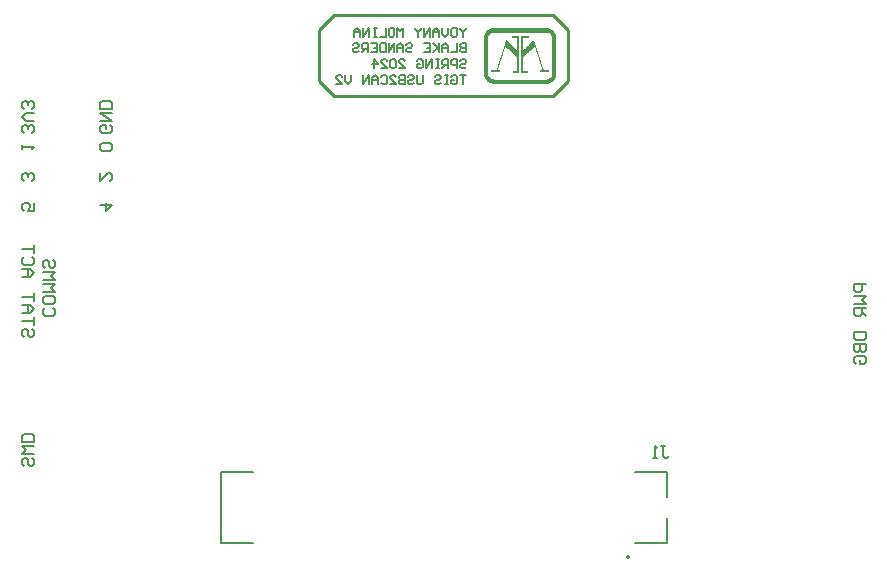
<source format=gbo>
G04*
G04 #@! TF.GenerationSoftware,Altium Limited,Altium Designer,24.2.2 (26)*
G04*
G04 Layer_Color=32896*
%FSLAX44Y44*%
%MOMM*%
G71*
G04*
G04 #@! TF.SameCoordinates,D28C2298-B94A-46E3-96D8-F5CEDD955656*
G04*
G04*
G04 #@! TF.FilePolarity,Positive*
G04*
G01*
G75*
%ADD10C,0.2000*%
%ADD11C,0.2540*%
%ADD13C,0.1524*%
%ADD14C,0.1270*%
%ADD83C,0.1778*%
G36*
X419135Y456070D02*
X419885D01*
Y455820D01*
X420635D01*
Y455570D01*
X421135D01*
Y455320D01*
X421635D01*
Y455070D01*
X421885D01*
Y454820D01*
X422385D01*
Y454570D01*
X422635D01*
Y454320D01*
X422885Y454320D01*
Y454070D01*
X423135D01*
Y453820D01*
X423385D01*
X423385Y453570D01*
X423635D01*
Y453320D01*
X423885D01*
Y452820D01*
X424135D01*
Y452570D01*
X424385D01*
X424385Y452070D01*
X424635D01*
Y451570D01*
X424885Y451570D01*
X424885Y450820D01*
X425135D01*
X425135Y449820D01*
X425385D01*
Y416070D01*
X425135D01*
X425135Y415070D01*
X424885Y415070D01*
Y414570D01*
X424635D01*
X424635Y413820D01*
X424385Y413820D01*
Y413570D01*
X424135D01*
X424135Y413070D01*
X423885Y413070D01*
X423885Y412820D01*
X423635D01*
Y412320D01*
X423385D01*
Y412070D01*
X423135D01*
X423135Y411820D01*
X422885D01*
Y411570D01*
X422635Y411570D01*
Y411320D01*
X422135Y411320D01*
Y411070D01*
X421885Y411070D01*
X421885Y410820D01*
X421385Y410820D01*
Y410570D01*
X420885Y410570D01*
Y410320D01*
X420385D01*
Y410070D01*
X419885D01*
X419885Y409820D01*
X418885D01*
Y409570D01*
X370635D01*
Y409820D01*
X369885Y409820D01*
Y410070D01*
X369135Y410070D01*
X369135Y410320D01*
X368635Y410320D01*
Y410570D01*
X368135Y410570D01*
Y410820D01*
X367635D01*
Y411070D01*
X367385D01*
Y411320D01*
X367135D01*
Y411570D01*
X366885Y411570D01*
Y411820D01*
X366635Y411820D01*
X366635Y412070D01*
X366385D01*
Y412320D01*
X366135Y412320D01*
Y412570D01*
X365885D01*
Y412820D01*
X365635D01*
Y413320D01*
X365385D01*
Y413570D01*
X365135D01*
Y414070D01*
X364885D01*
Y414570D01*
X364635D01*
X364635Y415320D01*
X364385D01*
Y416570D01*
X364135D01*
Y430320D01*
Y430570D01*
Y449320D01*
X364385Y449320D01*
Y450570D01*
X364635D01*
Y451320D01*
X364885D01*
Y451820D01*
X365135D01*
Y452320D01*
X365385D01*
Y452820D01*
X365635D01*
Y453070D01*
X365885D01*
Y453320D01*
X366135D01*
Y453820D01*
X366385D01*
X366385Y454070D01*
X366635D01*
Y454320D01*
X366885D01*
Y454570D01*
X367385Y454570D01*
X367385Y454820D01*
X367635D01*
Y455070D01*
X368135D01*
Y455320D01*
X368385D01*
Y455570D01*
X368885D01*
Y455820D01*
X369635D01*
Y456070D01*
X370385D01*
Y456320D01*
X419135D01*
X419135Y456070D01*
D02*
G37*
%LPC*%
G36*
X417635Y452820D02*
X371885D01*
Y452570D01*
X370635D01*
Y452320D01*
X370135D01*
Y452070D01*
X369885D01*
Y451820D01*
X369385D01*
Y451570D01*
X369135D01*
Y451320D01*
X368885D01*
Y451070D01*
X368635D01*
Y450570D01*
X368385D01*
Y450070D01*
X368135D01*
Y449570D01*
X367885D01*
Y416320D01*
X368135D01*
Y415820D01*
X368385D01*
Y415320D01*
X368635D01*
Y415070D01*
X368885D01*
Y414570D01*
X369135D01*
Y414320D01*
X369635D01*
Y414070D01*
X369885D01*
Y413820D01*
X370385D01*
Y413570D01*
X370885D01*
Y413320D01*
X372385D01*
Y413070D01*
X417135D01*
Y413320D01*
X418635D01*
Y413570D01*
X419385D01*
Y413820D01*
X419635D01*
Y414070D01*
X420135D01*
Y414320D01*
X420385D01*
Y414570D01*
X420635D01*
Y414820D01*
X420885D01*
Y415320D01*
X421135D01*
Y415570D01*
X421385Y415570D01*
Y416320D01*
X421635D01*
Y417570D01*
X421885D01*
Y448320D01*
X421635D01*
Y449820D01*
X421385D01*
Y450320D01*
X421135D01*
Y450820D01*
X420885D01*
Y451070D01*
X420635D01*
Y451320D01*
X420385D01*
Y451570D01*
X420135D01*
Y451820D01*
X419885D01*
Y452070D01*
X419385D01*
Y452320D01*
X418885D01*
Y452570D01*
X417635D01*
Y452820D01*
D02*
G37*
%LPD*%
G36*
X393885Y418570D02*
X388385D01*
Y420320D01*
X392135D01*
Y432070D01*
X391885Y432070D01*
Y432320D01*
X391635D01*
Y432570D01*
X391385D01*
Y432820D01*
X391135D01*
Y433070D01*
X390885Y433070D01*
X390885Y433320D01*
X390635D01*
X390635Y433570D01*
X390385D01*
Y433820D01*
X389885D01*
Y434070D01*
X389635D01*
Y434320D01*
X389385D01*
Y434570D01*
X389135D01*
Y434820D01*
X388885D01*
X388885Y435070D01*
X388635D01*
Y435320D01*
X388385D01*
Y435570D01*
X388135Y435570D01*
X388135Y435820D01*
X387885D01*
Y436070D01*
X387635D01*
Y436320D01*
X387135D01*
Y436570D01*
X386885D01*
Y436820D01*
X386635D01*
Y437070D01*
X386385D01*
Y437320D01*
X386135Y437320D01*
Y437570D01*
X385885D01*
Y437820D01*
X385635D01*
Y438070D01*
X385385D01*
Y438320D01*
X385135D01*
X385135Y438570D01*
X384885D01*
X384885Y438820D01*
X384385Y438820D01*
Y439070D01*
X384135D01*
Y439320D01*
X383885D01*
Y439570D01*
X383635D01*
Y439820D01*
X383385D01*
X383385Y440070D01*
X383135D01*
Y440320D01*
X382885D01*
Y440570D01*
X382635D01*
Y440820D01*
X382135D01*
X382135Y440320D01*
X381885D01*
Y439570D01*
X381635D01*
X381635Y438820D01*
X381385D01*
Y438070D01*
X381135D01*
Y437320D01*
X380885Y437320D01*
X380885Y436320D01*
X380635D01*
Y435570D01*
X380385Y435570D01*
X380385Y434820D01*
X380135D01*
X380135Y434070D01*
X379885D01*
Y433320D01*
X379635D01*
X379635Y432570D01*
X379385D01*
X379385Y431820D01*
X379135D01*
X379135Y430820D01*
X378885D01*
Y430070D01*
X378635D01*
X378635Y429320D01*
X378385D01*
X378385Y428570D01*
X378135D01*
Y427820D01*
X377885Y427820D01*
Y427070D01*
X377635D01*
Y426320D01*
X377385Y426320D01*
X377385Y425570D01*
X377135D01*
X377135Y424570D01*
X376885Y424570D01*
X376885Y423820D01*
X376635D01*
Y423070D01*
X376385D01*
Y422320D01*
X376135D01*
Y421570D01*
X375885D01*
Y421320D01*
X377635D01*
Y419570D01*
X370385D01*
Y421320D01*
X375135D01*
X375135Y422320D01*
X375385D01*
Y423070D01*
X375635D01*
X375635Y423820D01*
X375885D01*
X375885Y424570D01*
X376135D01*
Y425320D01*
X376385Y425320D01*
Y426070D01*
X376635Y426070D01*
Y426820D01*
X376885Y426820D01*
X376885Y427570D01*
X377135D01*
X377135Y428320D01*
X377385D01*
X377385Y429070D01*
X377635D01*
X377635Y430070D01*
X377885D01*
Y430820D01*
X378135D01*
Y431570D01*
X378385D01*
Y432320D01*
X378635D01*
X378635Y433070D01*
X378885D01*
Y433820D01*
X379135D01*
Y434570D01*
X379385Y434570D01*
X379385Y435320D01*
X379635D01*
X379635Y436320D01*
X379885Y436320D01*
X379885Y437070D01*
X380135D01*
Y437820D01*
X380385D01*
Y438570D01*
X380635D01*
Y439320D01*
X380885D01*
X380885Y440070D01*
X381135D01*
Y440820D01*
X381385D01*
Y441570D01*
X381635D01*
Y442320D01*
X381885D01*
Y443320D01*
X382135Y443320D01*
Y444070D01*
X382385D01*
Y444820D01*
X382635D01*
X382635Y445570D01*
X382885D01*
X382885Y446320D01*
X383385D01*
Y446070D01*
X383635D01*
Y445820D01*
X383885D01*
Y445570D01*
X384135D01*
Y445320D01*
X384385D01*
Y445070D01*
X384635D01*
Y444820D01*
X384885D01*
Y444570D01*
X385135D01*
Y444320D01*
X385385Y444320D01*
Y444070D01*
X385635D01*
Y443820D01*
X385885D01*
Y443570D01*
X386135D01*
Y443320D01*
X386385D01*
X386385Y443070D01*
X386635D01*
Y442820D01*
X386885D01*
Y442570D01*
X387135D01*
X387135Y442320D01*
X387385D01*
Y442070D01*
X387635D01*
Y441820D01*
X387885D01*
X387885Y441570D01*
X388135D01*
Y441320D01*
X388385D01*
Y441070D01*
X388635D01*
Y440820D01*
X388885D01*
X388885Y440570D01*
X389135D01*
Y440320D01*
X389385D01*
Y440070D01*
X389635Y440070D01*
Y439820D01*
X389885Y439820D01*
X389885Y439570D01*
X390135D01*
Y439320D01*
X390385D01*
X390385Y439070D01*
X390635D01*
Y438820D01*
X390885D01*
Y438570D01*
X391135D01*
X391135Y438320D01*
X391385D01*
Y438070D01*
X391635D01*
Y437820D01*
X391885D01*
Y437570D01*
X392135D01*
Y448320D01*
X387635Y448320D01*
Y450070D01*
X393885Y450070D01*
Y418570D01*
D02*
G37*
G36*
X401885Y448320D02*
X397635D01*
Y448070D01*
X397385D01*
Y437820D01*
X397885D01*
Y438070D01*
X398135D01*
Y438320D01*
X398385D01*
Y438570D01*
X398635D01*
Y438820D01*
X398885D01*
Y439070D01*
X399135D01*
Y439320D01*
X399385D01*
Y439570D01*
X399635D01*
X399635Y439820D01*
X399885Y439820D01*
Y440070D01*
X400135D01*
Y440320D01*
X400385D01*
Y440570D01*
X400635D01*
Y440820D01*
X400885D01*
Y441070D01*
X401135D01*
Y441320D01*
X401385D01*
Y441570D01*
X401635D01*
Y441820D01*
X401885D01*
Y442070D01*
X402135D01*
X402135Y442320D01*
X402385D01*
Y442570D01*
X402635Y442570D01*
Y442820D01*
X402885D01*
Y443070D01*
X403135D01*
Y443320D01*
X403385D01*
Y443570D01*
X403635D01*
Y443820D01*
X403885D01*
Y444070D01*
X404135D01*
Y444320D01*
X404385D01*
Y444570D01*
X404635D01*
Y444820D01*
X404885D01*
X404885Y445070D01*
X405135Y445070D01*
Y445320D01*
X405385D01*
Y445570D01*
X405635D01*
Y445820D01*
X405885D01*
Y446070D01*
X406135D01*
Y446320D01*
X406635D01*
Y445820D01*
X406885D01*
X406885Y445070D01*
X407135D01*
Y444320D01*
X407385D01*
X407385Y443320D01*
X407635Y443320D01*
Y442570D01*
X407885Y442570D01*
Y441820D01*
X408135D01*
Y441070D01*
X408385D01*
Y440320D01*
X408635D01*
X408635Y439570D01*
X408885D01*
Y438820D01*
X409135D01*
X409135Y438070D01*
X409385D01*
Y437320D01*
X409635D01*
Y436320D01*
X409885D01*
Y435570D01*
X410135Y435570D01*
Y434820D01*
X410385Y434820D01*
X410385Y434070D01*
X410635D01*
Y433320D01*
X410885D01*
Y432570D01*
X411135D01*
Y431820D01*
X411385D01*
Y431070D01*
X411635D01*
X411635Y430320D01*
X411885D01*
Y429320D01*
X412135D01*
Y428570D01*
X412385D01*
Y427820D01*
X412635Y427820D01*
Y427070D01*
X412885D01*
Y426320D01*
X413135D01*
X413135Y425570D01*
X413385D01*
X413385Y424820D01*
X413635Y424820D01*
Y424070D01*
X413885D01*
X413885Y423320D01*
X414135D01*
Y422320D01*
X414385D01*
Y421570D01*
X414635D01*
Y421320D01*
X419135D01*
X419135Y419570D01*
X411885D01*
X411885Y421320D01*
X413635D01*
Y421820D01*
X413385Y421820D01*
Y422570D01*
X413135D01*
Y423320D01*
X412885Y423320D01*
X412885Y424070D01*
X412635D01*
X412635Y424820D01*
X412385D01*
Y425570D01*
X412135D01*
Y426320D01*
X411885D01*
X411885Y427320D01*
X411635D01*
Y428070D01*
X411385D01*
Y428820D01*
X411135Y428820D01*
Y429570D01*
X410885D01*
Y430320D01*
X410635Y430320D01*
Y431070D01*
X410385D01*
Y432070D01*
X410135Y432070D01*
Y432820D01*
X409885D01*
X409885Y433570D01*
X409635D01*
Y434320D01*
X409385D01*
X409385Y435070D01*
X409135D01*
Y435820D01*
X408885D01*
Y436570D01*
X408635Y436570D01*
X408635Y437570D01*
X408385D01*
Y438320D01*
X408135D01*
Y439070D01*
X407885D01*
Y439820D01*
X407635Y439820D01*
Y440570D01*
X407385D01*
Y440820D01*
X407135Y440820D01*
Y440570D01*
X406635D01*
Y440320D01*
X406385D01*
Y440070D01*
X406135D01*
Y439820D01*
X405885D01*
X405885Y439570D01*
X405635D01*
Y439320D01*
X405385D01*
Y439070D01*
X405135D01*
Y438820D01*
X404885Y438820D01*
Y438570D01*
X404635D01*
Y438320D01*
X404385Y438320D01*
Y438070D01*
X403885D01*
Y437820D01*
X403635D01*
Y437570D01*
X403385D01*
Y437320D01*
X403135D01*
Y437070D01*
X402885D01*
Y436820D01*
X402635D01*
Y436570D01*
X402385D01*
Y436320D01*
X402135D01*
Y436070D01*
X401885D01*
Y435820D01*
X401635D01*
Y435570D01*
X401135D01*
Y435320D01*
X400885D01*
Y435070D01*
X400635D01*
Y434820D01*
X400385D01*
Y434570D01*
X400135D01*
Y434320D01*
X399885D01*
Y434070D01*
X399635D01*
X399635Y433820D01*
X399385D01*
Y433570D01*
X399135D01*
Y433320D01*
X398885D01*
Y433070D01*
X398385D01*
Y432820D01*
X398135Y432820D01*
Y432570D01*
X397885D01*
Y432320D01*
X397635Y432320D01*
Y432070D01*
X397385D01*
Y420570D01*
X397635Y420570D01*
Y420320D01*
X401135D01*
Y418570D01*
X395635Y418570D01*
Y419320D01*
Y419570D01*
Y450070D01*
X401885D01*
Y448320D01*
D02*
G37*
D10*
X487200Y8800D02*
G03*
X487200Y8800I-1000J0D01*
G01*
D11*
X422910Y398780D02*
X435610Y411480D01*
X237490Y467360D02*
X422910Y467360D01*
X435610Y454660D02*
X435610Y411480D01*
X422910Y467360D02*
X435610Y454660D01*
X224790Y454660D02*
X237490Y467360D01*
X224790Y411480D02*
X237490Y398780D01*
Y398780D02*
X422910Y398780D01*
X224790Y411480D02*
X224790Y454660D01*
D13*
X687321Y239596D02*
X677164D01*
Y234517D01*
X678857Y232825D01*
X682242D01*
X683935Y234517D01*
Y239596D01*
X677164Y229439D02*
X687321D01*
X683935Y226053D01*
X687321Y222668D01*
X677164D01*
X687321Y219282D02*
X677164D01*
Y214204D01*
X678857Y212511D01*
X682242D01*
X683935Y214204D01*
Y219282D01*
Y215897D02*
X687321Y212511D01*
X677164Y198969D02*
X687321D01*
Y193890D01*
X685628Y192198D01*
X678857D01*
X677164Y193890D01*
Y198969D01*
Y188812D02*
X687321D01*
Y183734D01*
X685628Y182041D01*
X683935D01*
X682242Y183734D01*
Y188812D01*
Y183734D01*
X680550Y182041D01*
X678857D01*
X677164Y183734D01*
Y188812D01*
X678857Y171884D02*
X677164Y173577D01*
Y176963D01*
X678857Y178655D01*
X685628D01*
X687321Y176963D01*
Y173577D01*
X685628Y171884D01*
X682242D01*
Y175270D01*
X-677Y219292D02*
X1016Y217599D01*
Y214214D01*
X-677Y212521D01*
X-7448D01*
X-9141Y214214D01*
Y217599D01*
X-7448Y219292D01*
X1016Y227756D02*
Y224370D01*
X-677Y222678D01*
X-7448D01*
X-9141Y224370D01*
Y227756D01*
X-7448Y229449D01*
X-677D01*
X1016Y227756D01*
X-9141Y232834D02*
X1016D01*
X-2370Y236220D01*
X1016Y239606D01*
X-9141D01*
Y242991D02*
X1016D01*
X-2370Y246377D01*
X1016Y249762D01*
X-9141D01*
X-677Y259919D02*
X1016Y258226D01*
Y254841D01*
X-677Y253148D01*
X-2370D01*
X-4062Y254841D01*
Y258226D01*
X-5755Y259919D01*
X-7448D01*
X-9141Y258226D01*
Y254841D01*
X-7448Y253148D01*
X-18457Y201511D02*
X-16764Y199818D01*
Y196432D01*
X-18457Y194739D01*
X-20150D01*
X-21842Y196432D01*
Y199818D01*
X-23535Y201511D01*
X-25228D01*
X-26921Y199818D01*
Y196432D01*
X-25228Y194739D01*
X-16764Y204896D02*
Y211667D01*
Y208282D01*
X-26921D01*
Y215053D02*
X-20150D01*
X-16764Y218438D01*
X-20150Y221824D01*
X-26921D01*
X-21842D01*
Y215053D01*
X-16764Y225210D02*
Y231981D01*
Y228595D01*
X-26921D01*
X-26921Y245538D02*
X-20150D01*
X-16764Y248923D01*
X-20150Y252309D01*
X-26921D01*
X-21842D01*
Y245538D01*
X-18457Y262465D02*
X-16764Y260773D01*
Y257387D01*
X-18457Y255694D01*
X-25228D01*
X-26921Y257387D01*
Y260773D01*
X-25228Y262465D01*
X-16764Y265851D02*
Y272622D01*
Y269237D01*
X-26921D01*
X39119Y306493D02*
X49276D01*
X44198Y301414D01*
Y308186D01*
X39119Y333586D02*
Y326814D01*
X45890Y333586D01*
X47583D01*
X49276Y331893D01*
Y328507D01*
X47583Y326814D01*
X47583Y352214D02*
X49276Y353907D01*
Y357293D01*
X47583Y358985D01*
X40812D01*
X39119Y357293D01*
Y353907D01*
X40812Y352214D01*
X47583D01*
X-16764Y308186D02*
Y301414D01*
X-21842D01*
X-20150Y304800D01*
Y306493D01*
X-21842Y308186D01*
X-25228D01*
X-26921Y306493D01*
Y303107D01*
X-25228Y301414D01*
X-18457Y326814D02*
X-16764Y328507D01*
Y331893D01*
X-18457Y333586D01*
X-20150D01*
X-21842Y331893D01*
Y330200D01*
Y331893D01*
X-23535Y333586D01*
X-25228D01*
X-26921Y331893D01*
Y328507D01*
X-25228Y326814D01*
X-26921Y353907D02*
Y357293D01*
Y355600D01*
X-16764D01*
X-18457Y353907D01*
Y367458D02*
X-16764Y369151D01*
Y372536D01*
X-18457Y374229D01*
X-20150D01*
X-21842Y372536D01*
Y370843D01*
Y372536D01*
X-23535Y374229D01*
X-25228D01*
X-26921Y372536D01*
Y369151D01*
X-25228Y367458D01*
X-16764Y377614D02*
X-23535D01*
X-26921Y381000D01*
X-23535Y384385D01*
X-16764D01*
X-18457Y387771D02*
X-16764Y389464D01*
Y392850D01*
X-18457Y394542D01*
X-20150D01*
X-21842Y392850D01*
Y391157D01*
Y392850D01*
X-23535Y394542D01*
X-25228D01*
X-26921Y392850D01*
Y389464D01*
X-25228Y387771D01*
X47583Y374229D02*
X49276Y372536D01*
Y369151D01*
X47583Y367458D01*
X40812D01*
X39119Y369151D01*
Y372536D01*
X40812Y374229D01*
X44198D01*
Y370843D01*
X39119Y377614D02*
X49276D01*
X39119Y384386D01*
X49276D01*
Y387771D02*
X39119D01*
Y392850D01*
X40812Y394542D01*
X47583D01*
X49276Y392850D01*
Y387771D01*
X-18457Y92289D02*
X-16764Y90596D01*
Y87211D01*
X-18457Y85518D01*
X-20150D01*
X-21842Y87211D01*
Y90596D01*
X-23535Y92289D01*
X-25228D01*
X-26921Y90596D01*
Y87211D01*
X-25228Y85518D01*
X-16764Y95674D02*
X-26921D01*
X-23535Y99060D01*
X-26921Y102445D01*
X-16764D01*
Y105831D02*
X-26921D01*
Y110910D01*
X-25228Y112602D01*
X-18457D01*
X-16764Y110910D01*
Y105831D01*
X513675Y102359D02*
X517060D01*
X515368D01*
Y93895D01*
X517060Y92202D01*
X518753D01*
X520446Y93895D01*
X510289Y92202D02*
X506904D01*
X508596D01*
Y102359D01*
X510289Y100666D01*
D14*
X141200Y20800D02*
X168500D01*
X491900D02*
X519200D01*
Y41600D01*
Y60000D02*
Y80800D01*
X141200D02*
X168500D01*
X491900D02*
X519200D01*
X141200Y20800D02*
Y80800D01*
D83*
X349367Y456991D02*
Y455722D01*
X346827Y453182D01*
X344288Y455722D01*
Y456991D01*
X346827Y453182D02*
Y449374D01*
X337940Y456991D02*
X340480D01*
X341749Y455722D01*
Y450643D01*
X340480Y449374D01*
X337940D01*
X336671Y450643D01*
Y455722D01*
X337940Y456991D01*
X334132D02*
Y451913D01*
X331592Y449374D01*
X329053Y451913D01*
Y456991D01*
X326514Y449374D02*
Y454452D01*
X323975Y456991D01*
X321436Y454452D01*
Y449374D01*
Y453182D01*
X326514D01*
X318896Y449374D02*
Y456991D01*
X313818Y449374D01*
Y456991D01*
X311279D02*
Y455722D01*
X308740Y453182D01*
X306201Y455722D01*
Y456991D01*
X308740Y453182D02*
Y449374D01*
X296044D02*
Y456991D01*
X293505Y454452D01*
X290965Y456991D01*
Y449374D01*
X284618Y456991D02*
X287157D01*
X288426Y455722D01*
Y450643D01*
X287157Y449374D01*
X284618D01*
X283348Y450643D01*
Y455722D01*
X284618Y456991D01*
X280809D02*
Y449374D01*
X275730D01*
X273191Y456991D02*
X270652D01*
X271922D01*
Y449374D01*
X273191D01*
X270652D01*
X266843D02*
Y456991D01*
X261765Y449374D01*
Y456991D01*
X259226Y449374D02*
Y454452D01*
X256687Y456991D01*
X254147Y454452D01*
Y449374D01*
Y453182D01*
X259226D01*
X349367Y443583D02*
Y435965D01*
X345558D01*
X344288Y437235D01*
Y438505D01*
X345558Y439774D01*
X349367D01*
X345558D01*
X344288Y441044D01*
Y442313D01*
X345558Y443583D01*
X349367D01*
X341749D02*
Y435965D01*
X336671D01*
X334132D02*
Y441044D01*
X331592Y443583D01*
X329053Y441044D01*
Y435965D01*
Y439774D01*
X334132D01*
X326514Y443583D02*
Y435965D01*
Y438505D01*
X321436Y443583D01*
X325244Y439774D01*
X321436Y435965D01*
X313818Y443583D02*
X318896D01*
Y435965D01*
X313818D01*
X318896Y439774D02*
X316357D01*
X298583Y442313D02*
X299853Y443583D01*
X302392D01*
X303661Y442313D01*
Y441044D01*
X302392Y439774D01*
X299853D01*
X298583Y438505D01*
Y437235D01*
X299853Y435965D01*
X302392D01*
X303661Y437235D01*
X296044Y435965D02*
Y441044D01*
X293505Y443583D01*
X290965Y441044D01*
Y435965D01*
Y439774D01*
X296044D01*
X288426Y435965D02*
Y443583D01*
X283348Y435965D01*
Y443583D01*
X280809D02*
Y435965D01*
X277000D01*
X275730Y437235D01*
Y442313D01*
X277000Y443583D01*
X280809D01*
X268113D02*
X273191D01*
Y435965D01*
X268113D01*
X273191Y439774D02*
X270652D01*
X265574Y435965D02*
Y443583D01*
X261765D01*
X260495Y442313D01*
Y439774D01*
X261765Y438505D01*
X265574D01*
X263034D02*
X260495Y435965D01*
X252878Y442313D02*
X254147Y443583D01*
X256687D01*
X257956Y442313D01*
Y441044D01*
X256687Y439774D01*
X254147D01*
X252878Y438505D01*
Y437235D01*
X254147Y435965D01*
X256687D01*
X257956Y437235D01*
X344288Y428905D02*
X345558Y430175D01*
X348097D01*
X349367Y428905D01*
Y427635D01*
X348097Y426366D01*
X345558D01*
X344288Y425096D01*
Y423827D01*
X345558Y422557D01*
X348097D01*
X349367Y423827D01*
X341749Y422557D02*
Y430175D01*
X337940D01*
X336671Y428905D01*
Y426366D01*
X337940Y425096D01*
X341749D01*
X334132Y422557D02*
Y430175D01*
X330323D01*
X329053Y428905D01*
Y426366D01*
X330323Y425096D01*
X334132D01*
X331592D02*
X329053Y422557D01*
X326514Y430175D02*
X323975D01*
X325244D01*
Y422557D01*
X326514D01*
X323975D01*
X320166D02*
Y430175D01*
X315088Y422557D01*
Y430175D01*
X307470Y428905D02*
X308740Y430175D01*
X311279D01*
X312549Y428905D01*
Y423827D01*
X311279Y422557D01*
X308740D01*
X307470Y423827D01*
Y426366D01*
X310009D01*
X292235Y422557D02*
X297313D01*
X292235Y427635D01*
Y428905D01*
X293505Y430175D01*
X296044D01*
X297313Y428905D01*
X289696D02*
X288426Y430175D01*
X285887D01*
X284618Y428905D01*
Y423827D01*
X285887Y422557D01*
X288426D01*
X289696Y423827D01*
Y428905D01*
X277000Y422557D02*
X282078D01*
X277000Y427635D01*
Y428905D01*
X278270Y430175D01*
X280809D01*
X282078Y428905D01*
X270652Y422557D02*
Y430175D01*
X274461Y426366D01*
X269382D01*
X349367Y416767D02*
X344288D01*
X346827D01*
Y409149D01*
X336671Y415497D02*
X337940Y416767D01*
X340480D01*
X341749Y415497D01*
Y410419D01*
X340480Y409149D01*
X337940D01*
X336671Y410419D01*
Y412958D01*
X339210D01*
X334132Y416767D02*
X331592D01*
X332862D01*
Y409149D01*
X334132D01*
X331592D01*
X322705Y415497D02*
X323975Y416767D01*
X326514D01*
X327784Y415497D01*
Y414227D01*
X326514Y412958D01*
X323975D01*
X322705Y411688D01*
Y410419D01*
X323975Y409149D01*
X326514D01*
X327784Y410419D01*
X312549Y416767D02*
Y410419D01*
X311279Y409149D01*
X308740D01*
X307470Y410419D01*
Y416767D01*
X299853Y415497D02*
X301122Y416767D01*
X303661D01*
X304931Y415497D01*
Y414227D01*
X303661Y412958D01*
X301122D01*
X299853Y411688D01*
Y410419D01*
X301122Y409149D01*
X303661D01*
X304931Y410419D01*
X297313Y416767D02*
Y409149D01*
X293505D01*
X292235Y410419D01*
Y411688D01*
X293505Y412958D01*
X297313D01*
X293505D01*
X292235Y414227D01*
Y415497D01*
X293505Y416767D01*
X297313D01*
X284618Y409149D02*
X289696D01*
X284618Y414227D01*
Y415497D01*
X285887Y416767D01*
X288426D01*
X289696Y415497D01*
X277000D02*
X278270Y416767D01*
X280809D01*
X282078Y415497D01*
Y410419D01*
X280809Y409149D01*
X278270D01*
X277000Y410419D01*
X274461Y409149D02*
Y414227D01*
X271922Y416767D01*
X269382Y414227D01*
Y409149D01*
Y412958D01*
X274461D01*
X266843Y409149D02*
Y416767D01*
X261765Y409149D01*
Y416767D01*
X251608D02*
Y411688D01*
X249069Y409149D01*
X246530Y411688D01*
Y416767D01*
X238912Y409149D02*
X243991D01*
X238912Y414227D01*
Y415497D01*
X240182Y416767D01*
X242721D01*
X243991Y415497D01*
M02*

</source>
